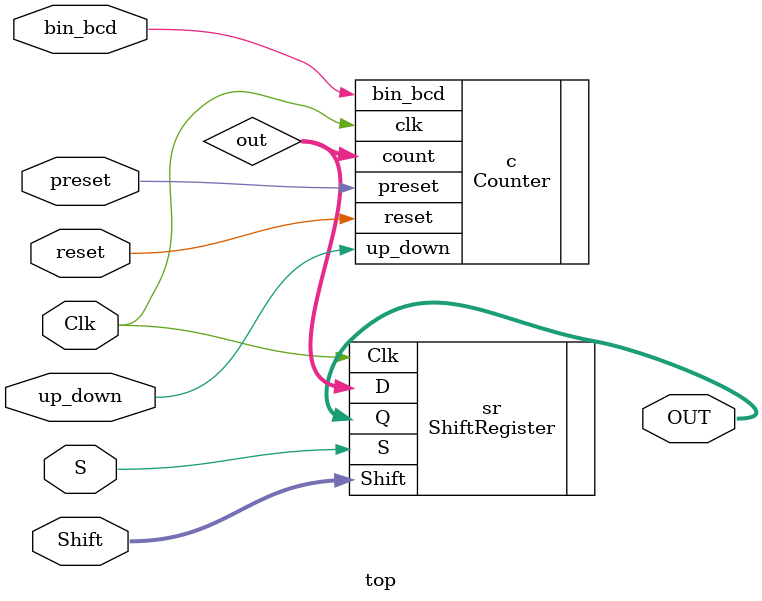
<source format=v>
`timescale 1ns / 1ps


module top(
    input S,
    input [2:0] Shift,
    input Clk,
    input reset,
    input preset,
    input up_down,
    input bin_bcd,
    output [3:0] OUT
    );
    wire [3:0] out;
    Counter c(.clk(Clk), .reset(reset), .count(out), .up_down(up_down), .bin_bcd(bin_bcd),.preset(preset));
    ShiftRegister sr(.D(out), .S(S), .Shift(Shift), .Clk(Clk), .Q(OUT));
endmodule

</source>
